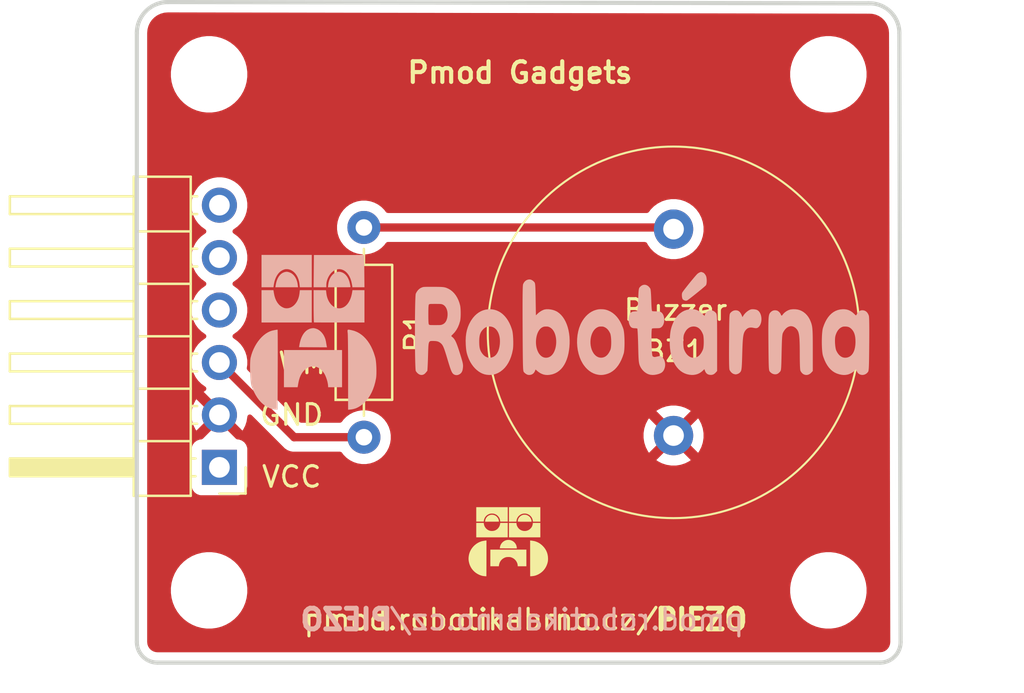
<source format=kicad_pcb>
(kicad_pcb (version 20241229) (generator "pcbnew") (generator_version "9.0")
  (layers (0 "F.Cu" signal) (2 "B.Cu" signal) (13 "F.Paste" user) (15 "B.Paste" user) (5 "F.SilkS" user "F.Silkscreen") (7 "B.SilkS" user "B.Silkscreen") (1 "F.Mask" user) (3 "B.Mask" user) (25 "Edge.Cuts" user))
  (net 0 "")
  (net 1 "GND")
  (net 2 "PWM")
  (footprint "MountingHole:MountingHole_3.2mm_M3" (layer "F.Cu") (at 111.5 50.5)
    (property "Reference" "REF**" (hide yes))
    (property "Value" "MountingHole_3.2mm_M3")
    (pad "" np_thru_hole circle (at 0 0) (size 3.2 3.2) (drill 3.2) (layers "*.Cu" "*.Mask"))
  )
  (footprint "LOGO" (layer "F.Cu") (at 96 73)
    (property "Reference" "G***" (hide yes))
    (property "Value" "LOGO" (hide yes))
  )
  (footprint "Resistor_THT:R_Axial_DIN0207_L6.3mm_D2.5mm_P10.16mm_Horizontal" (layer "F.Cu") (at 89 68.08 90)
    (property "Reference" "R1" (at 5.08 2.5 90) (layer "F.SilkS"))
    (property "Value" "330R")
    (pad "1" thru_hole circle (at 0 0 90) (size 1.6 1.6) (drill 0.8) (layers "*.Cu" "*.Mask") (net 2 "PWM"))
    (pad "2" thru_hole circle (at 10.16 0 90) (size 1.6 1.6) (drill 0.8) (layers "*.Cu" "*.Mask") (net 2 "PWM"))
  )
  (footprint "LOGO" (layer "F.Cu") (at 98.5 63)
    (property "Reference" "G***" (hide yes))
    (property "Value" "LOGO" (hide yes))
  )
  (footprint "MountingHole:MountingHole_3.2mm_M3" (layer "F.Cu") (at 81.5 50.5)
    (property "Reference" "REF**" (hide yes))
    (property "Value" "MountingHole_3.2mm_M3")
    (pad "" np_thru_hole circle (at 0 0) (size 3.2 3.2) (drill 3.2) (layers "*.Cu" "*.Mask"))
  )
  (footprint "Connector_PinHeader_2.54mm:PinHeader_1x06_P2.54mm_Horizontal" (layer "F.Cu") (at 82 69.54 180)
    (property "Reference" "VCC" (at -3.5 -0.46 0) (layer "F.SilkS"))
    (property "Value" "Conn_01x06_Pin")
    (pad "1" thru_hole rect (at 0 0 180) (size 1.7 1.7) (drill 1) (layers "*.Cu" "*.Mask"))
    (pad "2" thru_hole circle (at 0 2.54 180) (size 1.7 1.7) (drill 1) (layers "*.Cu" "*.Mask") (net 1 "GND"))
    (pad "3" thru_hole circle (at 0 5.08 180) (size 1.7 1.7) (drill 1) (layers "*.Cu" "*.Mask") (net 2 "PWM"))
    (pad "4" thru_hole circle (at 0 7.62 180) (size 1.7 1.7) (drill 1) (layers "*.Cu" "*.Mask"))
    (pad "5" thru_hole circle (at 0 10.16 180) (size 1.7 1.7) (drill 1) (layers "*.Cu" "*.Mask"))
    (pad "6" thru_hole circle (at 0 12.7 180) (size 1.7 1.7) (drill 1) (layers "*.Cu" "*.Mask"))
  )
  (footprint "MountingHole:MountingHole_3.2mm_M3" (layer "F.Cu") (at 111.5 75.5)
    (property "Reference" "REF**" (hide yes))
    (property "Value" "MountingHole_3.2mm_M3")
    (pad "" np_thru_hole circle (at 0 0) (size 3.2 3.2) (drill 3.2) (layers "*.Cu" "*.Mask"))
  )
  (footprint "MountingHole:MountingHole_3.2mm_M3" (layer "F.Cu") (at 81.5 75.5)
    (property "Reference" "REF**" (hide yes))
    (property "Value" "MountingHole_3.2mm_M3")
    (pad "" np_thru_hole circle (at 0 0) (size 3.2 3.2) (drill 3.2) (layers "*.Cu" "*.Mask"))
  )
  (footprint "Samacsys:AZ-1740E-2P" (layer "F.Cu") (at 104 63 -90)
    (property "Reference" "BZ1" (hide yes))
    (property "Value" "AZ-1740E-2P" (hide yes))
    (fp_text user "BZ1" (at 1.5 1.5 0) (layer "F.SilkS") (effects (justify left bottom)))
    (fp_text user "Buzzer" (at -0.5 2.5 0) (layer "F.SilkS") (effects (justify left bottom)))
    (pad "1" thru_hole circle (at 5 0 270) (size 1.905 1.905) (drill 1) (layers "*.Cu" "*.Mask") (net 1 "GND"))
    (pad "2" thru_hole circle (at -5 0 270) (size 1.905 1.905) (drill 1) (layers "*.Cu" "*.Mask") (net 2 "PWM"))
  )
  (gr_line (start 78 48.5) (end 78 78) (stroke (width 0.2)) (layer "Edge.Cuts"))
  (gr_arc (start 78 48.5) (mid 78.43934 47.43934) (end 79.5 47) (stroke (width 0.2)) (layer "Edge.Cuts"))
  (gr_arc (start 115 78) (mid 114.707107 78.707107) (end 114 79) (stroke (width 0.2)) (layer "Edge.Cuts"))
  (gr_line (start 114.9393 48.5) (end 115 78) (stroke (width 0.2)) (layer "Edge.Cuts"))
  (gr_line (start 79 79) (end 114 79) (stroke (width 0.2)) (layer "Edge.Cuts"))
  (gr_arc (start 113.441804 47.061877) (mid 114.496951 47.46189) (end 114.9393 48.5) (stroke (width 0.2)) (layer "Edge.Cuts"))
  (gr_arc (start 79 79) (mid 78.292893 78.707107) (end 78 78) (stroke (width 0.2)) (layer "Edge.Cuts"))
  (gr_line (start 79.5 47) (end 113.441804 47.061878) (stroke (width 0.2)) (layer "Edge.Cuts"))
  (gr_text "PIEZO" (at 103 77.5 0) (layer "F.SilkS") (effects (font (size 1 1) (thickness 0.24) (bold yes)) (justify left bottom)))
  (gr_text "pmod.robotikabrno.cz/\n" (at 86 77.5 0) (layer "F.SilkS") (effects (font (size 1 1)) (justify left bottom)))
  (gr_text "GND" (at 85.5 67 0) (layer "F.SilkS") (effects (font (size 1 1))))
  (gr_text "PWM" (at 85.5 64.5 0) (layer "F.SilkS") (effects (font (size 1 1))))
  (gr_text "Pmod Gadgets" (at 91 51 0) (layer "F.SilkS") (effects (font (size 1 1) (thickness 0.2) (bold yes)) (justify left bottom)))
  (gr_text "PIEZO" (at 90.5 77.5 0) (layer "B.SilkS") (effects (font (size 1 1) (thickness 0.24) (bold yes)) (justify left bottom mirror)))
  (gr_text "pmod.robotikabrno.cz/\n" (at 107.5 77.5 0) (layer "B.SilkS") (effects (font (size 1 1)) (justify left bottom mirror)))
  (segment (start 85.62 68.08) (end 89 68.08) (width 0.4) (layer "F.Cu") (net 2))
  (segment (start 103.92 57.92) (end 104 58) (width 0.2) (layer "F.Cu") (net 2))
  (segment (start 82 64.46) (end 85.62 68.08) (width 0.4) (layer "F.Cu") (net 2))
  (segment (start 89 57.92) (end 103.92 57.92) (width 0.4) (layer "F.Cu") (net 2))
  (zone (net 1) (net_name "GND") (layer "F.Cu") (connect_pads (clearance 0.5)) (min_thickness 0.25) (fill yes (thermal_gap 0.5) (thermal_bridge_width 0.5))
    (polygon (pts (xy 78.5 47.5) (xy 114.5 47.5) (xy 114.5 78.5) (xy 78.5 78.5)))
  )
)
</source>
